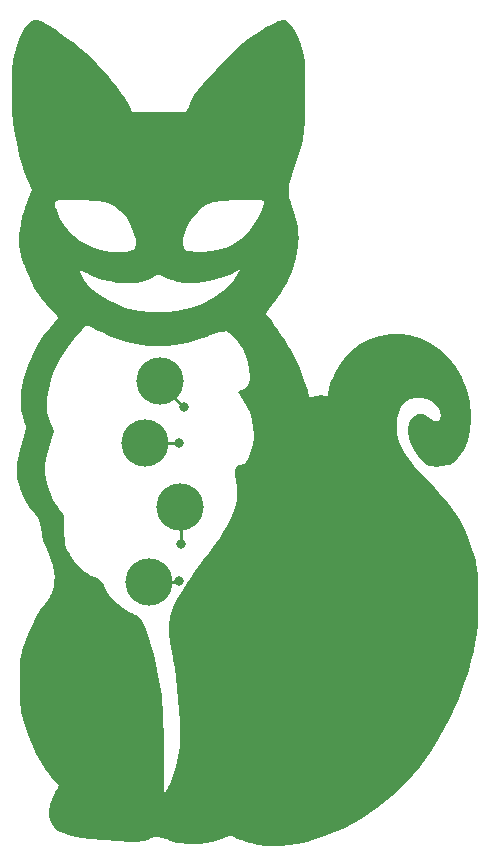
<source format=gbr>
%TF.GenerationSoftware,KiCad,Pcbnew,8.0.4*%
%TF.CreationDate,2024-07-30T00:27:24+03:00*%
%TF.ProjectId,purrChash,70757272-4368-4617-9368-2e6b69636164,rev?*%
%TF.SameCoordinates,Original*%
%TF.FileFunction,Copper,L1,Top*%
%TF.FilePolarity,Positive*%
%FSLAX46Y46*%
G04 Gerber Fmt 4.6, Leading zero omitted, Abs format (unit mm)*
G04 Created by KiCad (PCBNEW 8.0.4) date 2024-07-30 00:27:24*
%MOMM*%
%LPD*%
G01*
G04 APERTURE LIST*
%TA.AperFunction,NonConductor*%
%ADD10C,2.014551*%
%TD*%
%TA.AperFunction,EtchedComponent*%
%ADD11C,0.000000*%
%TD*%
%TA.AperFunction,SMDPad,CuDef*%
%ADD12C,4.000000*%
%TD*%
%TA.AperFunction,ViaPad*%
%ADD13C,0.800000*%
%TD*%
%TA.AperFunction,Conductor*%
%ADD14C,0.250000*%
%TD*%
G04 APERTURE END LIST*
D10*
X18337275Y-16530000D02*
G75*
G02*
X16322725Y-16530000I-1007275J0D01*
G01*
X16322725Y-16530000D02*
G75*
G02*
X18337275Y-16530000I1007275J0D01*
G01*
D11*
%TA.AperFunction,EtchedComponent*%
%TO.C,*%
G36*
X16962000Y-13919000D02*
G01*
X17033000Y-13939000D01*
X17405000Y-14090000D01*
X17871000Y-14335000D01*
X18405000Y-14657000D01*
X18986000Y-15042000D01*
X19588000Y-15473000D01*
X20188000Y-15934000D01*
X20680000Y-16341000D01*
X21076000Y-16698000D01*
X21538000Y-17146000D01*
X22032000Y-17649000D01*
X22524000Y-18173000D01*
X22981000Y-18683000D01*
X23209000Y-18950000D01*
X23686000Y-19533000D01*
X24067000Y-20038000D01*
X24375000Y-20495000D01*
X24629000Y-20937000D01*
X24852000Y-21395000D01*
X24892000Y-21485000D01*
X24990000Y-21710000D01*
X27280000Y-21710000D01*
X29570000Y-21710000D01*
X29760000Y-21247000D01*
X29991000Y-20726000D01*
X30234000Y-20282000D01*
X30524000Y-19861000D01*
X30895000Y-19408000D01*
X31010000Y-19278000D01*
X31567000Y-18653000D01*
X32040000Y-18130000D01*
X32447000Y-17688000D01*
X32808000Y-17304000D01*
X33143000Y-16959000D01*
X33159000Y-16943000D01*
X33606000Y-16500000D01*
X34006000Y-16132000D01*
X34400000Y-15804000D01*
X34827000Y-15485000D01*
X35330000Y-15142000D01*
X35699000Y-14902000D01*
X36336000Y-14513000D01*
X36890000Y-14216000D01*
X37346000Y-14020000D01*
X37380000Y-14008000D01*
X37687000Y-13938000D01*
X37955000Y-13937000D01*
X38067000Y-13968000D01*
X38291000Y-14143000D01*
X38537000Y-14448000D01*
X38789000Y-14858000D01*
X39032000Y-15347000D01*
X39252000Y-15890000D01*
X39311000Y-16060000D01*
X39439000Y-16489000D01*
X39529000Y-16908000D01*
X39594000Y-17385000D01*
X39621000Y-17670000D01*
X39631000Y-17863000D01*
X39639000Y-18185000D01*
X39646000Y-18605000D01*
X39651000Y-19091000D01*
X39655000Y-19613000D01*
X39656000Y-20139000D01*
X39655000Y-20638000D01*
X39652000Y-21080000D01*
X39646000Y-21432000D01*
X39642000Y-21585000D01*
X39593000Y-22516000D01*
X39519000Y-23329000D01*
X39411000Y-24067000D01*
X39261000Y-24771000D01*
X39062000Y-25484000D01*
X38806000Y-26246000D01*
X38709000Y-26510000D01*
X38533000Y-26988000D01*
X38407000Y-27347000D01*
X38321000Y-27617000D01*
X38269000Y-27827000D01*
X38240000Y-28008000D01*
X38226000Y-28190000D01*
X38225000Y-28212000D01*
X38224000Y-28453000D01*
X38246000Y-28688000D01*
X38298000Y-28952000D01*
X38389000Y-29280000D01*
X38526000Y-29710000D01*
X38589000Y-29900000D01*
X38783000Y-30505000D01*
X38919000Y-31010000D01*
X39006000Y-31457000D01*
X39053000Y-31891000D01*
X39067000Y-32357000D01*
X39067000Y-32380000D01*
X39060000Y-32791000D01*
X39030000Y-33137000D01*
X38969000Y-33512000D01*
X38948000Y-33620000D01*
X38835000Y-34087000D01*
X38671000Y-34635000D01*
X38475000Y-35204000D01*
X38269000Y-35738000D01*
X38072000Y-36177000D01*
X38057000Y-36207000D01*
X37931000Y-36440000D01*
X37778000Y-36686000D01*
X37578000Y-36979000D01*
X37310000Y-37347000D01*
X37129000Y-37590000D01*
X36793000Y-38045000D01*
X36552000Y-38382000D01*
X36404000Y-38610000D01*
X36342000Y-38734000D01*
X36340000Y-38749000D01*
X36402000Y-38898000D01*
X36589000Y-39145000D01*
X36610000Y-39169000D01*
X36788000Y-39397000D01*
X37028000Y-39729000D01*
X37307000Y-40133000D01*
X37604000Y-40578000D01*
X37898000Y-41030000D01*
X38166000Y-41457000D01*
X38388000Y-41827000D01*
X38390000Y-41830000D01*
X39072000Y-43167000D01*
X39630000Y-44600000D01*
X39828000Y-45232000D01*
X39903000Y-45490000D01*
X39959000Y-45687000D01*
X39980000Y-45764000D01*
X40001000Y-45848000D01*
X40127000Y-45801000D01*
X40545000Y-45702000D01*
X41024000Y-45683000D01*
X41335000Y-45717000D01*
X41489000Y-45743000D01*
X41547000Y-45750000D01*
X41578000Y-45689000D01*
X41588000Y-45605000D01*
X41654000Y-45124000D01*
X41770000Y-44672000D01*
X41952000Y-44191000D01*
X42146000Y-43770000D01*
X42627000Y-42937000D01*
X43205000Y-42220000D01*
X43519000Y-41914000D01*
X44271000Y-41339000D01*
X45089000Y-40906000D01*
X45962000Y-40618000D01*
X46876000Y-40481000D01*
X47819000Y-40496000D01*
X48398000Y-40580000D01*
X49312000Y-40839000D01*
X50184000Y-41246000D01*
X50996000Y-41790000D01*
X51730000Y-42461000D01*
X51775000Y-42510000D01*
X52384000Y-43265000D01*
X52881000Y-44100000D01*
X52931000Y-44200000D01*
X53336000Y-45204000D01*
X53590000Y-46263000D01*
X53695000Y-47373000D01*
X53695000Y-47788000D01*
X53608000Y-48727000D01*
X53392000Y-49575000D01*
X53048000Y-50330000D01*
X52578000Y-50988000D01*
X52337000Y-51242000D01*
X52129000Y-51418000D01*
X51912000Y-51536000D01*
X51640000Y-51613000D01*
X51269000Y-51664000D01*
X51104000Y-51679000D01*
X50684000Y-51705000D01*
X50378000Y-51696000D01*
X50142000Y-51642000D01*
X49930000Y-51536000D01*
X49780000Y-51433000D01*
X49507000Y-51196000D01*
X49236000Y-50911000D01*
X49140000Y-50792000D01*
X48813000Y-50293000D01*
X48555000Y-49769000D01*
X48378000Y-49254000D01*
X48295000Y-48786000D01*
X48302000Y-48496000D01*
X48420000Y-48050000D01*
X48629000Y-47672000D01*
X48906000Y-47399000D01*
X49011000Y-47338000D01*
X49175000Y-47274000D01*
X49323000Y-47256000D01*
X49571000Y-47266000D01*
X49803000Y-47344000D01*
X50064000Y-47510000D01*
X50280000Y-47682000D01*
X50543000Y-47845000D01*
X50784000Y-47891000D01*
X50913000Y-47852000D01*
X51031000Y-47701000D01*
X51093000Y-47458000D01*
X51094000Y-47444000D01*
X51049000Y-47023000D01*
X50854000Y-46638000D01*
X50516000Y-46304000D01*
X50440000Y-46250000D01*
X49983000Y-46023000D01*
X49470000Y-45907000D01*
X48954000Y-45906000D01*
X48527000Y-46011000D01*
X48108000Y-46262000D01*
X47775000Y-46642000D01*
X47534000Y-47144000D01*
X47397000Y-47712000D01*
X47379000Y-47939000D01*
X47373000Y-48248000D01*
X47380000Y-48564000D01*
X47398000Y-48810000D01*
X47510000Y-49383000D01*
X47701000Y-49924000D01*
X47985000Y-50464000D01*
X48381000Y-51037000D01*
X48678000Y-51410000D01*
X48868000Y-51634000D01*
X49080000Y-51873000D01*
X49348000Y-52163000D01*
X49590000Y-52420000D01*
X50337000Y-53222000D01*
X50976000Y-53935000D01*
X51519000Y-54575000D01*
X51979000Y-55159000D01*
X52368000Y-55704000D01*
X52698000Y-56226000D01*
X52982000Y-56742000D01*
X53231000Y-57268000D01*
X53326000Y-57490000D01*
X53496000Y-57923000D01*
X53675000Y-58420000D01*
X53845000Y-58924000D01*
X53985000Y-59378000D01*
X54058000Y-59644000D01*
X54126000Y-59933000D01*
X54177000Y-60201000D01*
X54214000Y-60481000D01*
X54241000Y-60804000D01*
X54259000Y-61202000D01*
X54272000Y-61709000D01*
X54278000Y-62080000D01*
X54287000Y-63186000D01*
X54273000Y-64163000D01*
X54231000Y-65041000D01*
X54158000Y-65849000D01*
X54049000Y-66616000D01*
X53900000Y-67374000D01*
X53708000Y-68150000D01*
X53467000Y-68976000D01*
X53183000Y-69850000D01*
X52544000Y-71571000D01*
X51819000Y-73177000D01*
X50994000Y-74695000D01*
X50350000Y-75720000D01*
X49324000Y-77136000D01*
X48209000Y-78432000D01*
X47011000Y-79603000D01*
X45736000Y-80645000D01*
X44390000Y-81552000D01*
X42981000Y-82319000D01*
X41515000Y-82943000D01*
X39997000Y-83419000D01*
X39751000Y-83481000D01*
X38964000Y-83655000D01*
X38270000Y-83772000D01*
X37617000Y-83838000D01*
X37060000Y-83859000D01*
X36773000Y-83861000D01*
X36544000Y-83861000D01*
X36430000Y-83858000D01*
X35618000Y-83755000D01*
X35020000Y-83617000D01*
X34638000Y-83496000D01*
X34239000Y-83353000D01*
X33878000Y-83208000D01*
X33610000Y-83083000D01*
X33585000Y-83069000D01*
X33418000Y-83016000D01*
X33198000Y-83028000D01*
X32893000Y-83112000D01*
X32589000Y-83226000D01*
X32268000Y-83350000D01*
X32024000Y-83433000D01*
X31785000Y-83497000D01*
X31730000Y-83511000D01*
X30750000Y-83665000D01*
X29741000Y-83671000D01*
X29058000Y-83590000D01*
X28803000Y-83540000D01*
X28540000Y-83473000D01*
X28216000Y-83374000D01*
X27930000Y-83280000D01*
X27539000Y-83156000D01*
X27250000Y-83089000D01*
X27019000Y-83075000D01*
X26800000Y-83111000D01*
X26608000Y-83171000D01*
X26282000Y-83283000D01*
X26006000Y-83370000D01*
X25754000Y-83434000D01*
X25502000Y-83476000D01*
X25227000Y-83497000D01*
X24903000Y-83498000D01*
X24507000Y-83481000D01*
X24014000Y-83447000D01*
X23400000Y-83397000D01*
X22990000Y-83363000D01*
X22288000Y-83303000D01*
X21724000Y-83253000D01*
X21274000Y-83210000D01*
X20919000Y-83173000D01*
X20634000Y-83138000D01*
X20398000Y-83103000D01*
X20190000Y-83065000D01*
X19986000Y-83022000D01*
X19920000Y-83007000D01*
X19361000Y-82851000D01*
X18918000Y-82660000D01*
X18719000Y-82540000D01*
X18333000Y-82203000D01*
X18080000Y-81786000D01*
X17952000Y-81279000D01*
X17934000Y-80960000D01*
X17943000Y-80725000D01*
X17982000Y-80503000D01*
X18062000Y-80218000D01*
X18082000Y-80158000D01*
X18186000Y-79870000D01*
X18331000Y-79542000D01*
X18538000Y-79126000D01*
X18544000Y-79116000D01*
X18659000Y-78887000D01*
X18736000Y-78725000D01*
X18757000Y-78671000D01*
X18702000Y-78608000D01*
X18567000Y-78462000D01*
X18389000Y-78276000D01*
X18112000Y-77982000D01*
X17909000Y-77747000D01*
X17738000Y-77521000D01*
X17620000Y-77350000D01*
X17247000Y-76739000D01*
X16867000Y-76018000D01*
X16504000Y-75236000D01*
X16236000Y-74582000D01*
X16102000Y-74218000D01*
X15958000Y-73805000D01*
X15827000Y-73408000D01*
X15731000Y-73093000D01*
X15730000Y-73090000D01*
X15644000Y-72769000D01*
X15578000Y-72473000D01*
X15529000Y-72174000D01*
X15494000Y-71845000D01*
X15471000Y-71458000D01*
X15458000Y-70985000D01*
X15452000Y-70400000D01*
X15451000Y-69910000D01*
X15451000Y-69349000D01*
X15454000Y-68919000D01*
X15460000Y-68594000D01*
X15471000Y-68344000D01*
X15487000Y-68143000D01*
X15510000Y-67961000D01*
X15532000Y-67820000D01*
X15638000Y-67360000D01*
X15815000Y-66800000D01*
X16049000Y-66174000D01*
X16326000Y-65519000D01*
X16560000Y-65020000D01*
X16874000Y-64416000D01*
X17195000Y-63888000D01*
X17569000Y-63355000D01*
X17610000Y-63300000D01*
X17845000Y-62977000D01*
X18007000Y-62728000D01*
X18124000Y-62505000D01*
X18166000Y-62410000D01*
X18334000Y-61895000D01*
X18403000Y-61348000D01*
X18407000Y-61160000D01*
X18371000Y-60597000D01*
X18256000Y-60049000D01*
X18049000Y-59465000D01*
X17905000Y-59140000D01*
X17644000Y-58538000D01*
X17460000Y-57998000D01*
X17332000Y-57454000D01*
X17251000Y-56919000D01*
X17192000Y-56533000D01*
X17117000Y-56254000D01*
X17026000Y-56050000D01*
X16943000Y-55910000D01*
X16848000Y-55791000D01*
X16752000Y-55690000D01*
X16280000Y-55106000D01*
X15864000Y-54398000D01*
X15522000Y-53599000D01*
X15453000Y-53396000D01*
X15328000Y-52980000D01*
X15253000Y-52635000D01*
X15216000Y-52284000D01*
X15212000Y-52193000D01*
X15206000Y-52030000D01*
X15206000Y-51706000D01*
X15207664Y-51683000D01*
X17600000Y-51683000D01*
X17600000Y-52193000D01*
X17686000Y-52788000D01*
X17848000Y-53425000D01*
X18077000Y-54061000D01*
X18231000Y-54400000D01*
X18447000Y-54799000D01*
X18676000Y-55123000D01*
X18805000Y-55274000D01*
X18994000Y-55495000D01*
X19104000Y-55652000D01*
X19158000Y-55765000D01*
X19194000Y-55869000D01*
X19219000Y-55987000D01*
X19235000Y-56150000D01*
X19244000Y-56389000D01*
X19248000Y-56734000D01*
X19249000Y-57070000D01*
X19251000Y-57477000D01*
X19253000Y-57757000D01*
X19259000Y-57942000D01*
X19268000Y-58067000D01*
X19283000Y-58163000D01*
X19296000Y-58222000D01*
X19377000Y-58519000D01*
X19497000Y-58803000D01*
X19687000Y-59143000D01*
X19697000Y-59160000D01*
X20076000Y-59702000D01*
X20533000Y-60214000D01*
X21018000Y-60641000D01*
X21173000Y-60752000D01*
X21512000Y-60941000D01*
X21850000Y-61069000D01*
X22087000Y-61160000D01*
X22272000Y-61313000D01*
X22274000Y-61316000D01*
X22415000Y-61488000D01*
X22559000Y-61722000D01*
X22684000Y-61959000D01*
X22865000Y-62300000D01*
X23032000Y-62562000D01*
X23229000Y-62813000D01*
X23336000Y-62937000D01*
X23743000Y-63337000D01*
X24228000Y-63716000D01*
X24480000Y-63881000D01*
X24705000Y-64006000D01*
X24980000Y-64144000D01*
X25224000Y-64255000D01*
X25290000Y-64281000D01*
X25497000Y-64383000D01*
X25669000Y-64537000D01*
X25825000Y-64770000D01*
X25985000Y-65111000D01*
X26125000Y-65470000D01*
X26484000Y-66527000D01*
X26813000Y-67673000D01*
X27092000Y-68837000D01*
X27208000Y-69410000D01*
X27466000Y-71078000D01*
X27632000Y-72851000D01*
X27705000Y-74738000D01*
X27698000Y-76360000D01*
X27681000Y-77185000D01*
X27668000Y-77893000D01*
X27660000Y-78474000D01*
X27656000Y-78922000D01*
X27658000Y-79230000D01*
X27664000Y-79389000D01*
X27669000Y-79410000D01*
X27712000Y-79351000D01*
X27806000Y-79208000D01*
X27815000Y-79195000D01*
X27987000Y-78922000D01*
X28109000Y-78709000D01*
X28179000Y-78573000D01*
X28457000Y-77911000D01*
X28692000Y-77136000D01*
X28875000Y-76292000D01*
X28996000Y-75425000D01*
X29038000Y-74817000D01*
X29046000Y-74105000D01*
X29024000Y-73275000D01*
X28975000Y-72368000D01*
X28902000Y-71421000D01*
X28809000Y-70476000D01*
X28699000Y-69570000D01*
X28576000Y-68743000D01*
X28460000Y-68116000D01*
X28398000Y-67815000D01*
X28337000Y-67523000D01*
X28322000Y-67450000D01*
X28166000Y-66565000D01*
X28092000Y-65791000D01*
X28102000Y-65099000D01*
X28196000Y-64464000D01*
X28374000Y-63857000D01*
X28384000Y-63830000D01*
X28538000Y-63454000D01*
X28727000Y-63061000D01*
X28965000Y-62628000D01*
X29268000Y-62128000D01*
X29648000Y-61538000D01*
X29839000Y-61250000D01*
X30333000Y-60519000D01*
X30771000Y-59896000D01*
X31145000Y-59388000D01*
X31450000Y-59004000D01*
X31670000Y-58760000D01*
X31866000Y-58532000D01*
X32113000Y-58189000D01*
X32392000Y-57761000D01*
X32686000Y-57279000D01*
X32975000Y-56771000D01*
X33241000Y-56268000D01*
X33260000Y-56230000D01*
X33591000Y-55493000D01*
X33799000Y-54849000D01*
X33852000Y-54592000D01*
X33876000Y-54331000D01*
X33872000Y-53999000D01*
X33838000Y-53558000D01*
X33821000Y-53395000D01*
X33765000Y-52850000D01*
X33729000Y-52441000D01*
X33711000Y-52146000D01*
X33712000Y-51943000D01*
X33731000Y-51810000D01*
X33767000Y-51724000D01*
X33777000Y-51710000D01*
X33854000Y-51643000D01*
X34001000Y-51591000D01*
X34146000Y-51558000D01*
X34439000Y-51470000D01*
X34643000Y-51329000D01*
X34804000Y-51094000D01*
X34892000Y-50909000D01*
X35151000Y-50167000D01*
X35274000Y-49403000D01*
X35289000Y-49000000D01*
X35253000Y-48343000D01*
X35133000Y-47734000D01*
X35042000Y-47433000D01*
X34923000Y-47100000D01*
X34790000Y-46795000D01*
X34621000Y-46473000D01*
X34394000Y-46092000D01*
X34224000Y-45822000D01*
X34081000Y-45592000D01*
X33983000Y-45425000D01*
X33951000Y-45357000D01*
X33951000Y-45356000D01*
X34044000Y-45310000D01*
X34221000Y-45216000D01*
X34426000Y-45102000D01*
X34603000Y-45001000D01*
X34694000Y-44945000D01*
X34825000Y-44813000D01*
X34904000Y-44620000D01*
X34944000Y-44324000D01*
X34951000Y-44200000D01*
X34912000Y-43372000D01*
X34715000Y-42566000D01*
X34362000Y-41785000D01*
X33956000Y-41166000D01*
X33762000Y-40926000D01*
X33545000Y-40683000D01*
X33347000Y-40481000D01*
X33217000Y-40371000D01*
X33081000Y-40301000D01*
X32922000Y-40269000D01*
X32717000Y-40279000D01*
X32443000Y-40334000D01*
X32078000Y-40440000D01*
X31598000Y-40599000D01*
X31320000Y-40696000D01*
X30664000Y-40920000D01*
X30112000Y-41092000D01*
X29619000Y-41224000D01*
X29143000Y-41326000D01*
X28638000Y-41411000D01*
X28416000Y-41442000D01*
X28042000Y-41478000D01*
X27577000Y-41501000D01*
X27092000Y-41509000D01*
X26654000Y-41501000D01*
X26504000Y-41492000D01*
X25748000Y-41405000D01*
X24972000Y-41261000D01*
X24550000Y-41157000D01*
X24061000Y-41011000D01*
X23566000Y-40835000D01*
X23028000Y-40616000D01*
X22413000Y-40339000D01*
X21954000Y-40121000D01*
X21629000Y-39965000D01*
X21363000Y-39839000D01*
X21184000Y-39758000D01*
X21122000Y-39734000D01*
X21064000Y-39791000D01*
X20928000Y-39932000D01*
X20749000Y-40124000D01*
X20556000Y-40333000D01*
X20382000Y-40524000D01*
X20339000Y-40571000D01*
X19520000Y-41580000D01*
X18861000Y-42598000D01*
X18361000Y-43624000D01*
X18091000Y-44400000D01*
X17916000Y-45155000D01*
X17810000Y-45937000D01*
X17784000Y-46673000D01*
X17787000Y-46750000D01*
X17807000Y-47047000D01*
X17849000Y-47309000D01*
X17926000Y-47581000D01*
X18051000Y-47912000D01*
X18192000Y-48247000D01*
X18403000Y-48734000D01*
X18143000Y-49507000D01*
X17932000Y-50161000D01*
X17778000Y-50706000D01*
X17673000Y-51179000D01*
X17608000Y-51616000D01*
X17600000Y-51683000D01*
X15207664Y-51683000D01*
X15228000Y-51402000D01*
X15278000Y-51083000D01*
X15364000Y-50716000D01*
X15492000Y-50266000D01*
X15663000Y-49720000D01*
X15824000Y-49195000D01*
X15926000Y-48810000D01*
X15971000Y-48558000D01*
X15957000Y-48283000D01*
X15860000Y-47934000D01*
X15822000Y-47830000D01*
X15623000Y-47158000D01*
X15586000Y-46960000D01*
X15562000Y-46703000D01*
X15550000Y-46348000D01*
X15550000Y-45958000D01*
X15563000Y-45593000D01*
X15586000Y-45330000D01*
X15830000Y-44139000D01*
X16218000Y-42957000D01*
X16740000Y-41817000D01*
X17383000Y-40750000D01*
X17452000Y-40650000D01*
X17617000Y-40420000D01*
X17784000Y-40203000D01*
X17985000Y-39959000D01*
X18252000Y-39647000D01*
X18326000Y-39562000D01*
X18532000Y-39324000D01*
X18654000Y-39179000D01*
X18709000Y-39101000D01*
X18718000Y-39063000D01*
X18706000Y-39043000D01*
X18639000Y-38969000D01*
X18490000Y-38807000D01*
X18287000Y-38587000D01*
X18198000Y-38491000D01*
X17887000Y-38153000D01*
X17662000Y-37904000D01*
X17495000Y-37712000D01*
X17364000Y-37551000D01*
X17275000Y-37436000D01*
X16699000Y-36573000D01*
X16208000Y-35610000D01*
X16073000Y-35259000D01*
X20556000Y-35259000D01*
X20637000Y-35440000D01*
X20638000Y-35441000D01*
X20940000Y-35940000D01*
X21191000Y-36258000D01*
X21671000Y-36717000D01*
X22271000Y-37166000D01*
X22954000Y-37584000D01*
X23682000Y-37950000D01*
X24414000Y-38241000D01*
X25114000Y-38438000D01*
X25115000Y-38438000D01*
X25709000Y-38532000D01*
X26412000Y-38589000D01*
X27178000Y-38609000D01*
X27920000Y-38589000D01*
X28770000Y-38519000D01*
X29470000Y-38404000D01*
X29869000Y-38297000D01*
X30887000Y-37903000D01*
X31820000Y-37416000D01*
X32645000Y-36849000D01*
X33290000Y-36268000D01*
X33604000Y-35900000D01*
X33871000Y-35484000D01*
X33957000Y-35326000D01*
X34048000Y-35148000D01*
X34097000Y-35048000D01*
X34100000Y-35040000D01*
X34035000Y-35068000D01*
X33865000Y-35149000D01*
X33645000Y-35257000D01*
X33254000Y-35449000D01*
X32951000Y-35587000D01*
X32683000Y-35694000D01*
X32432000Y-35781000D01*
X31458000Y-36038000D01*
X30500000Y-36168000D01*
X29580000Y-36169000D01*
X28724000Y-36039000D01*
X28653000Y-36021000D01*
X28337000Y-35928000D01*
X28042000Y-35808000D01*
X27846000Y-35713000D01*
X27537000Y-35567000D01*
X27314000Y-35497000D01*
X27122000Y-35503000D01*
X26906000Y-35587000D01*
X26658000Y-35722000D01*
X26056000Y-35980000D01*
X25349000Y-36136000D01*
X24562000Y-36190000D01*
X23715000Y-36138000D01*
X23100000Y-36038000D01*
X22537000Y-35903000D01*
X21997000Y-35727000D01*
X21420000Y-35488000D01*
X21120000Y-35349000D01*
X20870000Y-35233000D01*
X20722000Y-35176000D01*
X20640000Y-35161000D01*
X20557000Y-35179000D01*
X20556000Y-35259000D01*
X16073000Y-35259000D01*
X15789000Y-34524000D01*
X15760000Y-34437000D01*
X15671000Y-34160000D01*
X15598000Y-33917000D01*
X15569000Y-33816000D01*
X15425000Y-32986000D01*
X15415000Y-32115000D01*
X15540000Y-31186000D01*
X15680000Y-30590000D01*
X15746000Y-30358000D01*
X15817000Y-30125000D01*
X15908000Y-29855000D01*
X16029000Y-29511000D01*
X16075000Y-29384000D01*
X18452000Y-29384000D01*
X18453000Y-29463000D01*
X18483000Y-29715000D01*
X18575000Y-30012000D01*
X18660000Y-30222000D01*
X18902000Y-30713000D01*
X19204000Y-31222000D01*
X19522000Y-31674000D01*
X19616000Y-31790000D01*
X20040000Y-32208000D01*
X20582000Y-32607000D01*
X21199000Y-32959000D01*
X21592000Y-33138000D01*
X22319000Y-33373000D01*
X23113000Y-33520000D01*
X23280000Y-33537000D01*
X23478000Y-33544000D01*
X23764000Y-33540000D01*
X24070000Y-33529000D01*
X24325000Y-33513000D01*
X24426000Y-33501000D01*
X24754000Y-33441000D01*
X24996000Y-33381000D01*
X25085000Y-33347000D01*
X25237000Y-33188000D01*
X25302000Y-32903000D01*
X25305000Y-32790000D01*
X25263000Y-32448000D01*
X29311000Y-32448000D01*
X29319000Y-32899000D01*
X29377000Y-33179000D01*
X29490000Y-33349000D01*
X29697000Y-33449000D01*
X29930000Y-33498000D01*
X30379000Y-33554000D01*
X30772000Y-33568000D01*
X30988000Y-33550000D01*
X31125000Y-33530000D01*
X31368000Y-33495000D01*
X31668000Y-33453000D01*
X31690000Y-33450000D01*
X32171000Y-33376000D01*
X32537000Y-33303000D01*
X32833000Y-33217000D01*
X33103000Y-33107000D01*
X33230000Y-33046000D01*
X33693000Y-32769000D01*
X34183000Y-32398000D01*
X34643000Y-31977000D01*
X34950000Y-31640000D01*
X35290000Y-31182000D01*
X35603000Y-30679000D01*
X35866000Y-30172000D01*
X36057000Y-29703000D01*
X36142000Y-29385000D01*
X36154000Y-29252000D01*
X36092000Y-29199000D01*
X36047000Y-29186000D01*
X35930000Y-29175000D01*
X35687000Y-29166000D01*
X35351000Y-29159000D01*
X34957000Y-29155000D01*
X34538000Y-29154000D01*
X34128000Y-29155000D01*
X33762000Y-29159000D01*
X33472000Y-29167000D01*
X33430000Y-29169000D01*
X32859000Y-29199000D01*
X32419000Y-29233000D01*
X32082000Y-29275000D01*
X31820000Y-29327000D01*
X31693000Y-29363000D01*
X31264000Y-29554000D01*
X30821000Y-29849000D01*
X30519000Y-30113000D01*
X30042000Y-30659000D01*
X29675000Y-31248000D01*
X29427000Y-31853000D01*
X29311000Y-32448000D01*
X25263000Y-32448000D01*
X25244000Y-32286000D01*
X25076000Y-31727000D01*
X24823000Y-31161000D01*
X24502000Y-30633000D01*
X24290000Y-30360000D01*
X23962000Y-30032000D01*
X23580000Y-29734000D01*
X23254000Y-29542000D01*
X22956000Y-29421000D01*
X22606000Y-29325000D01*
X22186000Y-29252000D01*
X21675000Y-29199000D01*
X21056000Y-29165000D01*
X20308000Y-29147000D01*
X19790000Y-29143000D01*
X19335000Y-29142000D01*
X19013000Y-29145000D01*
X18798000Y-29152000D01*
X18662000Y-29165000D01*
X18581000Y-29188000D01*
X18526000Y-29222000D01*
X18505000Y-29239000D01*
X18463000Y-29290000D01*
X18452000Y-29384000D01*
X16075000Y-29384000D01*
X16194000Y-29055000D01*
X16201000Y-29036000D01*
X16485000Y-28254000D01*
X16171000Y-27507000D01*
X15864000Y-26743000D01*
X15624000Y-26055000D01*
X15429000Y-25381000D01*
X15281000Y-24750000D01*
X15011000Y-23252000D01*
X14846000Y-21744000D01*
X14781000Y-20170000D01*
X14779000Y-19860000D01*
X14794000Y-18941000D01*
X14844000Y-18131000D01*
X14931000Y-17382000D01*
X15012000Y-16890000D01*
X15119000Y-16440000D01*
X15473000Y-16440000D01*
X15478000Y-16670000D01*
X15498000Y-16824000D01*
X15517000Y-16900000D01*
X15732000Y-17392000D01*
X16077000Y-17797000D01*
X16400000Y-18026000D01*
X16632000Y-18127000D01*
X16904000Y-18209000D01*
X17000000Y-18228000D01*
X17303000Y-18240000D01*
X17623000Y-18206000D01*
X17690000Y-18191000D01*
X18179000Y-17985000D01*
X18581000Y-17654000D01*
X18875000Y-17219000D01*
X19013000Y-16837000D01*
X19046000Y-16564000D01*
X19040000Y-16247000D01*
X19012000Y-16062000D01*
X18820000Y-15561000D01*
X18494000Y-15149000D01*
X18391000Y-15059000D01*
X17948000Y-14791000D01*
X17727000Y-14716000D01*
X17565000Y-14677000D01*
X17403000Y-14663000D01*
X17250000Y-14663000D01*
X16906000Y-14687000D01*
X16617000Y-14771000D01*
X16490000Y-14827000D01*
X16048000Y-15125000D01*
X15715000Y-15535000D01*
X15528000Y-15960000D01*
X15491000Y-16102000D01*
X15476000Y-16247000D01*
X15473000Y-16440000D01*
X15119000Y-16440000D01*
X15214000Y-16043000D01*
X15483000Y-15304000D01*
X15814000Y-14688000D01*
X16189000Y-14220000D01*
X16457000Y-13995000D01*
X16700000Y-13900000D01*
X16962000Y-13919000D01*
G37*
%TD.AperFunction*%
%TD*%
D12*
%TO.P,TP1,1,1*%
%TO.N,Net-(U3-P1.3{slash}UCA0STE{slash}TCK{slash}A4)*%
X26410000Y-61450000D03*
%TD*%
%TO.P,TP3,1,1*%
%TO.N,Net-(U3-P1.5{slash}UCA0CLK{slash}TMS{slash}A5)*%
X26100000Y-49700000D03*
%TD*%
%TO.P,TP4,1,1*%
%TO.N,Net-(U3-P1.6{slash}UCA0RXD{slash}UCA0SOMI{slash}TB0.1{slash}TDI{slash}TCLK{slash}A6)*%
X27350000Y-44450000D03*
%TD*%
%TO.P,TP2,1,1*%
%TO.N,Net-(U3-P1.4{slash}UCA0STE{slash}TCK{slash}A4)*%
X29060000Y-55170000D03*
%TD*%
D13*
%TO.N,Net-(U3-P1.3{slash}UCA0STE{slash}TCK{slash}A4)*%
X28920000Y-61360000D03*
%TO.N,Net-(U3-P1.4{slash}UCA0STE{slash}TCK{slash}A4)*%
X29080000Y-58300000D03*
%TO.N,Net-(U3-P1.5{slash}UCA0CLK{slash}TMS{slash}A5)*%
X28970000Y-49670000D03*
%TO.N,Net-(U3-P1.6{slash}UCA0RXD{slash}UCA0SOMI{slash}TB0.1{slash}TDI{slash}TCLK{slash}A6)*%
X29350000Y-46700000D03*
%TD*%
D14*
%TO.N,Net-(U3-P1.6{slash}UCA0RXD{slash}UCA0SOMI{slash}TB0.1{slash}TDI{slash}TCLK{slash}A6)*%
X27350000Y-44700000D02*
X27350000Y-44450000D01*
X29350000Y-46700000D02*
X27350000Y-44700000D01*
%TO.N,Net-(U3-P1.3{slash}UCA0STE{slash}TCK{slash}A4)*%
X28920000Y-61360000D02*
X28830000Y-61450000D01*
X28830000Y-61450000D02*
X26410000Y-61450000D01*
%TO.N,Net-(U3-P1.4{slash}UCA0STE{slash}TCK{slash}A4)*%
X29080000Y-55190000D02*
X29060000Y-55170000D01*
X29080000Y-58300000D02*
X29080000Y-55190000D01*
%TO.N,Net-(U3-P1.5{slash}UCA0CLK{slash}TMS{slash}A5)*%
X28970000Y-49670000D02*
X28940000Y-49700000D01*
X28940000Y-49700000D02*
X26100000Y-49700000D01*
%TD*%
M02*

</source>
